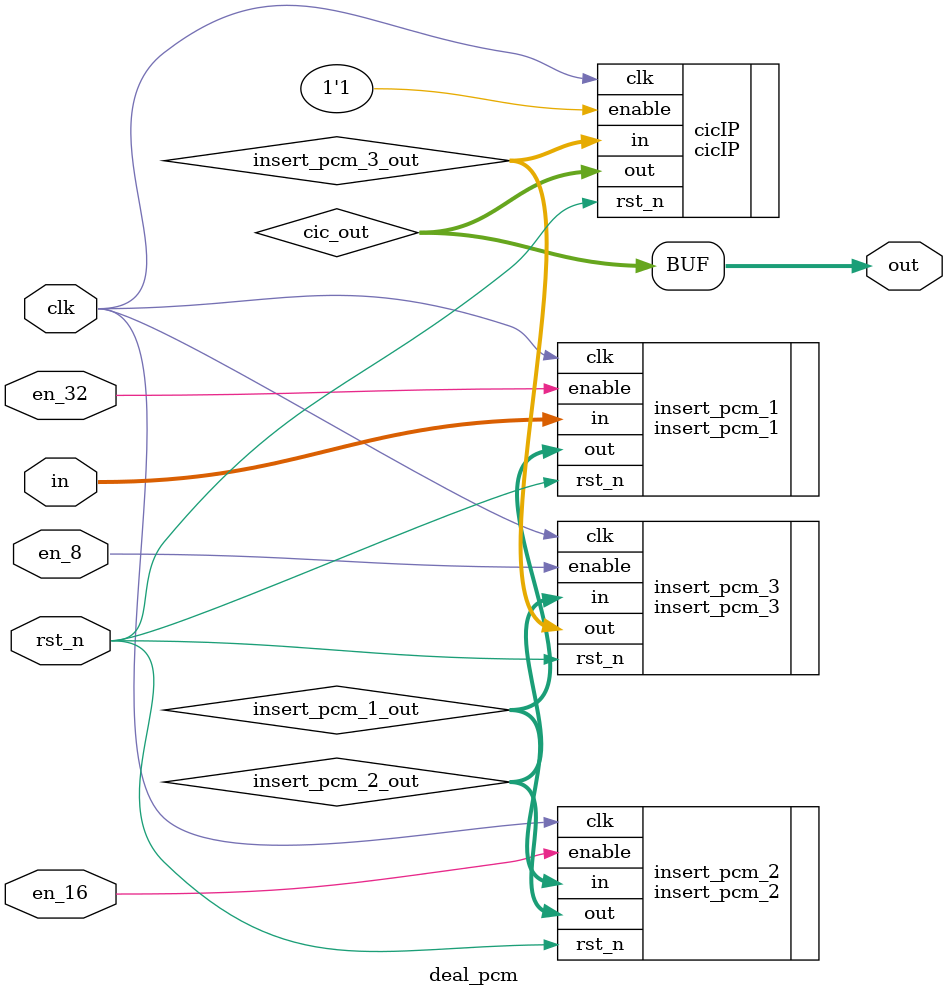
<source format=v>
module deal_pcm(in,clk,rst_n,en_32,en_16,en_8,out);

input [23:0]in;
input clk;
input rst_n;
input en_32;
input en_16;
input en_8;

output [23:0]out;



wire [23:0]insert_pcm_1_out;
wire [23:0]insert_pcm_2_out;
wire [23:0]insert_pcm_3_out;
wire [23:0]cic_out;

assign out=cic_out;

			 

insert_pcm_1 insert_pcm_1(  .in(in),
                            .clk(clk),
									 .out(insert_pcm_1_out),
									 .rst_n(rst_n),
									 .enable(en_32)
								  );
insert_pcm_2 insert_pcm_2(  .in(insert_pcm_1_out),
                            .clk(clk),
									 .out(insert_pcm_2_out),
									 .rst_n(rst_n),
									 .enable(en_16)
								  );
insert_pcm_3 insert_pcm_3(  .in(insert_pcm_2_out),
                            .clk(clk),
									 .out(insert_pcm_3_out),
									 .rst_n(rst_n),
									 .enable(en_8)
								  );
cicIP cicIP(    .in(insert_pcm_3_out),
                .enable(1'b1),
					 .clk(clk),
					 .out(cic_out),
					 .rst_n(rst_n)
				);
endmodule
</source>
